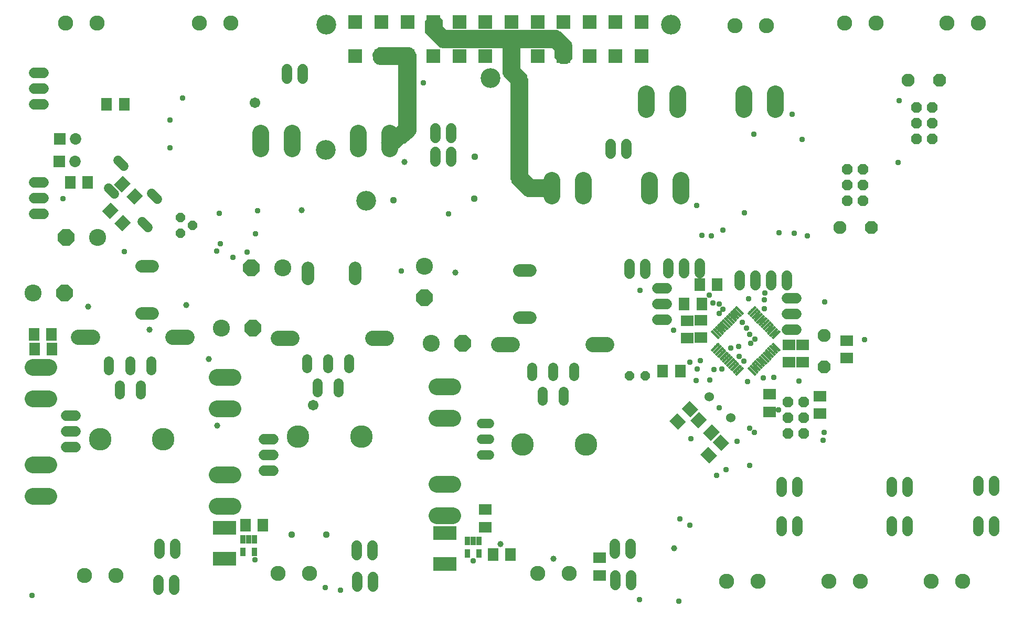
<source format=gbr>
G04 EAGLE Gerber RS-274X export*
G75*
%MOMM*%
%FSLAX34Y34*%
%LPD*%
%INSoldermask Top*%
%IPPOS*%
%AMOC8*
5,1,8,0,0,1.08239X$1,22.5*%
G01*
%ADD10R,2.303200X2.303200*%
%ADD11C,3.203200*%
%ADD12C,1.727200*%
%ADD13C,1.611200*%
%ADD14C,2.743200*%
%ADD15C,1.524000*%
%ADD16R,2.006200X1.803200*%
%ADD17C,2.453200*%
%ADD18C,2.743200*%
%ADD19P,2.969212X8X292.500000*%
%ADD20P,2.969212X8X22.500000*%
%ADD21C,1.993900*%
%ADD22C,2.451100*%
%ADD23P,2.969212X8X202.500000*%
%ADD24R,0.812400X1.383300*%
%ADD25R,3.815000X2.265000*%
%ADD26R,1.803200X2.003200*%
%ADD27C,0.343072*%
%ADD28R,1.803200X2.006200*%
%ADD29P,1.649562X8X202.500000*%
%ADD30C,1.524000*%
%ADD31C,2.108200*%
%ADD32P,2.281895X8X292.500000*%
%ADD33R,2.003200X1.803200*%
%ADD34P,1.869504X8X292.500000*%
%ADD35C,3.653200*%
%ADD36P,2.281895X8X22.500000*%
%ADD37P,1.649562X8X292.500000*%
%ADD38R,1.853200X1.853200*%
%ADD39C,1.853200*%
%ADD40C,1.109600*%
%ADD41C,0.959600*%
%ADD42C,1.703200*%
%ADD43C,1.117600*%
%ADD44C,0.990600*%

G36*
X863857Y671451D02*
X863857Y671451D01*
X863860Y671450D01*
X863943Y671487D01*
X871817Y679361D01*
X871819Y679364D01*
X871821Y679365D01*
X871854Y679450D01*
X871854Y692912D01*
X871853Y692914D01*
X871854Y692916D01*
X871854Y692917D01*
X871854Y692918D01*
X871817Y693001D01*
X864197Y700621D01*
X864194Y700623D01*
X864193Y700625D01*
X864108Y700658D01*
X831394Y700658D01*
X823086Y708966D01*
X823086Y863346D01*
X823085Y863349D01*
X823086Y863352D01*
X823049Y863435D01*
X821308Y865176D01*
X821308Y868680D01*
X821307Y868683D01*
X821308Y868686D01*
X821271Y868769D01*
X810386Y879654D01*
X810386Y912368D01*
X810385Y912371D01*
X810386Y912374D01*
X810349Y912457D01*
X810311Y912496D01*
X861516Y912496D01*
X864998Y909014D01*
X864998Y896620D01*
X864999Y896617D01*
X864998Y896614D01*
X865035Y896531D01*
X874941Y886625D01*
X874944Y886624D01*
X874945Y886621D01*
X875030Y886588D01*
X885190Y886588D01*
X885193Y886589D01*
X885196Y886588D01*
X885279Y886625D01*
X893661Y895007D01*
X893663Y895010D01*
X893665Y895011D01*
X893698Y895096D01*
X893698Y897838D01*
X894169Y898309D01*
X894171Y898312D01*
X894173Y898313D01*
X894206Y898398D01*
X894206Y917702D01*
X894205Y917705D01*
X894206Y917708D01*
X894169Y917791D01*
X892936Y919024D01*
X892936Y921258D01*
X892935Y921261D01*
X892936Y921264D01*
X892899Y921347D01*
X874611Y939635D01*
X874608Y939637D01*
X874607Y939639D01*
X874522Y939672D01*
X872542Y939672D01*
X871563Y940651D01*
X871560Y940653D01*
X871559Y940655D01*
X871474Y940688D01*
X871272Y940688D01*
X870293Y941667D01*
X870290Y941669D01*
X870289Y941671D01*
X870204Y941704D01*
X690678Y941704D01*
X684402Y947980D01*
X684402Y957834D01*
X684401Y957837D01*
X684402Y957840D01*
X684365Y957923D01*
X680809Y961479D01*
X680806Y961481D01*
X680805Y961483D01*
X680720Y961516D01*
X660908Y961516D01*
X660905Y961515D01*
X660902Y961516D01*
X660819Y961479D01*
X655739Y956399D01*
X655738Y956396D01*
X655735Y956395D01*
X655702Y956310D01*
X655702Y937768D01*
X655703Y937765D01*
X655702Y937762D01*
X655739Y937679D01*
X680377Y913041D01*
X680380Y913040D01*
X680381Y913037D01*
X680466Y913004D01*
X682954Y913004D01*
X683425Y912533D01*
X683428Y912532D01*
X683429Y912529D01*
X683514Y912496D01*
X780924Y912496D01*
X780924Y871220D01*
X780925Y871217D01*
X780924Y871214D01*
X780961Y871131D01*
X782702Y869390D01*
X782702Y866902D01*
X782703Y866899D01*
X782702Y866896D01*
X782739Y866813D01*
X793624Y855928D01*
X793624Y700278D01*
X793625Y700275D01*
X793624Y700272D01*
X793661Y700189D01*
X795402Y698448D01*
X795402Y695706D01*
X795403Y695703D01*
X795402Y695700D01*
X795439Y695617D01*
X817537Y673519D01*
X817540Y673518D01*
X817541Y673515D01*
X817626Y673482D01*
X819352Y673482D01*
X821347Y671487D01*
X821350Y671486D01*
X821351Y671483D01*
X821436Y671450D01*
X863854Y671450D01*
X863857Y671451D01*
G37*
G36*
X610873Y749302D02*
X610873Y749302D01*
X610876Y749301D01*
X610959Y749338D01*
X612446Y750825D01*
X614299Y750825D01*
X614302Y750826D01*
X614305Y750825D01*
X614388Y750862D01*
X617018Y753492D01*
X617220Y753492D01*
X617223Y753493D01*
X617226Y753492D01*
X617309Y753529D01*
X621717Y757937D01*
X623443Y757937D01*
X623446Y757938D01*
X623449Y757937D01*
X623532Y757974D01*
X627686Y762128D01*
X628777Y762128D01*
X628780Y762129D01*
X628783Y762128D01*
X628866Y762165D01*
X630390Y763689D01*
X630392Y763692D01*
X630394Y763693D01*
X630427Y763778D01*
X630427Y763980D01*
X632893Y766446D01*
X634238Y766446D01*
X634241Y766447D01*
X634244Y766446D01*
X634327Y766483D01*
X636105Y768261D01*
X636107Y768264D01*
X636109Y768265D01*
X636142Y768350D01*
X636142Y768679D01*
X639153Y771690D01*
X639155Y771693D01*
X639157Y771694D01*
X639190Y771779D01*
X639190Y772362D01*
X641185Y774357D01*
X641187Y774360D01*
X641189Y774361D01*
X641222Y774446D01*
X641222Y776299D01*
X641820Y776897D01*
X641821Y776898D01*
X641822Y776898D01*
X641839Y776944D01*
X641857Y776988D01*
X641857Y776989D01*
X641857Y776990D01*
X641837Y777034D01*
X641817Y777078D01*
X641816Y777078D01*
X641816Y777079D01*
X641800Y777085D01*
X642177Y777312D01*
X642188Y777327D01*
X642205Y777335D01*
X642218Y777368D01*
X642235Y777391D01*
X642233Y777405D01*
X642238Y777420D01*
X642238Y902970D01*
X642237Y902973D01*
X642238Y902976D01*
X642201Y903059D01*
X640714Y904546D01*
X640714Y906526D01*
X640713Y906529D01*
X640714Y906532D01*
X640677Y906615D01*
X638936Y908356D01*
X638936Y909066D01*
X638935Y909069D01*
X638936Y909072D01*
X638899Y909155D01*
X636613Y911441D01*
X636610Y911443D01*
X636609Y911445D01*
X636524Y911478D01*
X635814Y911478D01*
X634581Y912711D01*
X634578Y912713D01*
X634577Y912715D01*
X634492Y912748D01*
X634036Y912748D01*
X633565Y913219D01*
X633562Y913221D01*
X633561Y913223D01*
X633476Y913256D01*
X632766Y913256D01*
X632295Y913727D01*
X632292Y913729D01*
X632291Y913731D01*
X632206Y913764D01*
X630988Y913764D01*
X630517Y914235D01*
X630514Y914237D01*
X630513Y914239D01*
X630428Y914272D01*
X583692Y914272D01*
X583689Y914271D01*
X583686Y914272D01*
X583603Y914235D01*
X583132Y913764D01*
X580898Y913764D01*
X580895Y913763D01*
X580892Y913764D01*
X580809Y913727D01*
X580084Y913002D01*
X579882Y913002D01*
X579879Y913001D01*
X579876Y913002D01*
X579793Y912965D01*
X578560Y911732D01*
X577850Y911732D01*
X577847Y911731D01*
X577844Y911732D01*
X577761Y911695D01*
X576782Y910716D01*
X576072Y910716D01*
X576069Y910715D01*
X576066Y910716D01*
X575983Y910679D01*
X573697Y908393D01*
X573696Y908390D01*
X573693Y908389D01*
X573660Y908304D01*
X573660Y907086D01*
X572427Y905853D01*
X572426Y905850D01*
X572423Y905849D01*
X572390Y905764D01*
X572390Y904292D01*
X571411Y903313D01*
X571410Y903310D01*
X571407Y903309D01*
X571374Y903224D01*
X571374Y899160D01*
X571375Y899157D01*
X571374Y899154D01*
X571411Y899071D01*
X572136Y898346D01*
X572136Y893572D01*
X572136Y893571D01*
X572137Y893569D01*
X572136Y893566D01*
X572173Y893483D01*
X573660Y891996D01*
X573660Y891286D01*
X573661Y891283D01*
X573660Y891280D01*
X573697Y891197D01*
X578523Y886371D01*
X578526Y886370D01*
X578527Y886367D01*
X578612Y886334D01*
X580846Y886334D01*
X582079Y885101D01*
X582082Y885100D01*
X582083Y885097D01*
X582168Y885064D01*
X612596Y885064D01*
X613030Y884630D01*
X613030Y787452D01*
X585127Y759549D01*
X585126Y759547D01*
X585124Y759546D01*
X585108Y759502D01*
X585090Y759458D01*
X585091Y759456D01*
X585090Y759454D01*
X585127Y759371D01*
X586651Y757847D01*
X586654Y757846D01*
X586655Y757843D01*
X586740Y757810D01*
X587196Y757810D01*
X595668Y749338D01*
X595671Y749337D01*
X595672Y749334D01*
X595757Y749301D01*
X610870Y749301D01*
X610873Y749302D01*
G37*
D10*
X1005700Y899600D03*
X963700Y899600D03*
X921700Y899600D03*
X879700Y899600D03*
X837700Y899600D03*
X795700Y899600D03*
X753700Y899600D03*
X711700Y899600D03*
X669700Y899600D03*
X627700Y899600D03*
X585700Y899600D03*
X1005700Y954600D03*
X963700Y954600D03*
X921700Y954600D03*
X879700Y954600D03*
X837700Y954600D03*
X795700Y954600D03*
X753700Y954600D03*
X711700Y954600D03*
X669700Y954600D03*
X627700Y954600D03*
X543700Y899600D03*
X585700Y954600D03*
X543700Y954600D03*
D11*
X1052700Y950000D03*
X496700Y950000D03*
D12*
X91821Y318897D02*
X76581Y318897D01*
X76581Y293497D02*
X91821Y293497D01*
X91821Y268097D02*
X76581Y268097D01*
X396113Y229616D02*
X411353Y229616D01*
X411353Y255016D02*
X396113Y255016D01*
X396113Y280416D02*
X411353Y280416D01*
D13*
X196832Y353428D02*
X196832Y367508D01*
X162832Y367508D02*
X162832Y353428D01*
X213832Y392428D02*
X213832Y406508D01*
X179832Y406508D02*
X179832Y392428D01*
X145832Y392428D02*
X145832Y406508D01*
X516237Y371191D02*
X516237Y357111D01*
X482237Y357111D02*
X482237Y371191D01*
X533237Y396111D02*
X533237Y410191D01*
X499237Y410191D02*
X499237Y396111D01*
X465237Y396111D02*
X465237Y410191D01*
X879330Y357729D02*
X879330Y343649D01*
X845330Y343649D02*
X845330Y357729D01*
X896330Y382649D02*
X896330Y396729D01*
X862330Y396729D02*
X862330Y382649D01*
X828330Y382649D02*
X828330Y396729D01*
D12*
X571754Y57531D02*
X571754Y42291D01*
X546354Y42291D02*
X546354Y57531D01*
X251587Y52451D02*
X251587Y37211D01*
X226187Y37211D02*
X226187Y52451D01*
X988314Y45593D02*
X988314Y60833D01*
X962914Y60833D02*
X962914Y45593D01*
D14*
X345694Y380873D02*
X320294Y380873D01*
X320294Y172593D02*
X345694Y172593D01*
X345694Y223393D02*
X320294Y223393D01*
X320294Y330073D02*
X345694Y330073D01*
X49149Y188214D02*
X23749Y188214D01*
X23749Y396494D02*
X49149Y396494D01*
X49149Y345694D02*
X23749Y345694D01*
X23749Y239014D02*
X49149Y239014D01*
X675386Y156591D02*
X700786Y156591D01*
X700786Y364871D02*
X675386Y364871D01*
X675386Y314071D02*
X700786Y314071D01*
X700786Y207391D02*
X675386Y207391D01*
D15*
X747014Y255270D02*
X760222Y255270D01*
X760222Y306070D02*
X747014Y306070D01*
X747014Y280670D02*
X760222Y280670D01*
D16*
X937768Y89277D03*
X937768Y60837D03*
D12*
X988187Y96393D02*
X988187Y111633D01*
X962787Y111633D02*
X962787Y96393D01*
X253111Y96393D02*
X253111Y111633D01*
X227711Y111633D02*
X227711Y96393D01*
X571119Y93472D02*
X571119Y108712D01*
X545719Y108712D02*
X545719Y93472D01*
X1574292Y197866D02*
X1574292Y213106D01*
X1548892Y213106D02*
X1548892Y197866D01*
X1435100Y195580D02*
X1435100Y210820D01*
X1409700Y210820D02*
X1409700Y195580D01*
D14*
X861060Y673100D02*
X861060Y698500D01*
X1069340Y698500D02*
X1069340Y673100D01*
X1018540Y673100D02*
X1018540Y698500D01*
X911860Y698500D02*
X911860Y673100D01*
X1013460Y812800D02*
X1013460Y838200D01*
X1221740Y838200D02*
X1221740Y812800D01*
X1170940Y812800D02*
X1170940Y838200D01*
X1064260Y838200D02*
X1064260Y812800D01*
X599440Y774700D02*
X599440Y749300D01*
X391160Y749300D02*
X391160Y774700D01*
X441960Y774700D02*
X441960Y749300D01*
X548640Y749300D02*
X548640Y774700D01*
D17*
X838200Y63500D03*
X889000Y63500D03*
X106680Y60706D03*
X157480Y60706D03*
X419100Y63500D03*
X469900Y63500D03*
X1473200Y50800D03*
X1524000Y50800D03*
X1549400Y952500D03*
X1498600Y952500D03*
X1308100Y50800D03*
X1358900Y50800D03*
X1384300Y952500D03*
X1333500Y952500D03*
D12*
X1574800Y147320D02*
X1574800Y132080D01*
X1549400Y132080D02*
X1549400Y147320D01*
X1435100Y147320D02*
X1435100Y132080D01*
X1409700Y132080D02*
X1409700Y147320D01*
D17*
X1143000Y50800D03*
X1193800Y50800D03*
X127000Y952500D03*
X76200Y952500D03*
D12*
X1257300Y147320D02*
X1257300Y132080D01*
X1231900Y132080D02*
X1231900Y147320D01*
X1257300Y195580D02*
X1257300Y210820D01*
X1231900Y210820D02*
X1231900Y195580D01*
D18*
X655066Y559816D03*
D19*
X655066Y509016D03*
D18*
X327279Y459740D03*
D20*
X378079Y459740D03*
D21*
X543560Y539941D02*
X543560Y557848D01*
X467360Y557848D02*
X467360Y539941D01*
D22*
X571056Y444119D02*
X593535Y444119D01*
X441135Y444119D02*
X418656Y444119D01*
D12*
X673100Y728980D02*
X673100Y744220D01*
X698500Y744220D02*
X698500Y728980D01*
X433324Y862838D02*
X433324Y878078D01*
X458724Y878078D02*
X458724Y862838D01*
D18*
X426466Y557530D03*
D23*
X375666Y557530D03*
D21*
X216472Y483870D02*
X198565Y483870D01*
X198565Y560070D02*
X216472Y560070D01*
D22*
X248857Y445389D02*
X271336Y445389D01*
X118936Y445389D02*
X96457Y445389D01*
D18*
X23241Y516509D03*
D20*
X74041Y516509D03*
D17*
X342900Y952500D03*
X292100Y952500D03*
D21*
X808038Y477266D02*
X825945Y477266D01*
X825945Y553466D02*
X808038Y553466D01*
D22*
X926656Y433578D02*
X949135Y433578D01*
X796735Y433578D02*
X774256Y433578D01*
D18*
X127762Y606298D03*
D23*
X76962Y606298D03*
D18*
X665861Y435864D03*
D20*
X716661Y435864D03*
D12*
X673100Y767080D02*
X673100Y782320D01*
X698500Y782320D02*
X698500Y767080D01*
X980694Y757428D02*
X980694Y742188D01*
X955294Y742188D02*
X955294Y757428D01*
D17*
X1207008Y948436D03*
X1156208Y948436D03*
D24*
X743560Y116163D03*
X734060Y116163D03*
X724560Y116163D03*
X724560Y95673D03*
X743560Y95673D03*
X380975Y118957D03*
X371475Y118957D03*
X361975Y118957D03*
X361975Y98467D03*
X380975Y98467D03*
D25*
X332867Y137772D03*
X332867Y87272D03*
X688340Y129390D03*
X688340Y78890D03*
D26*
X766288Y94742D03*
X794288Y94742D03*
D27*
X1129994Y433833D02*
X1129003Y434824D01*
X1129994Y433833D02*
X1119953Y423792D01*
X1118962Y424783D01*
X1129003Y434824D01*
X1123212Y427051D02*
X1121230Y427051D01*
X1124489Y430310D02*
X1126471Y430310D01*
X1127748Y433569D02*
X1129730Y433569D01*
X1132538Y431289D02*
X1133529Y430298D01*
X1123488Y420257D01*
X1122497Y421248D01*
X1132538Y431289D01*
X1126747Y423516D02*
X1124765Y423516D01*
X1128024Y426775D02*
X1130006Y426775D01*
X1131283Y430034D02*
X1133265Y430034D01*
X1136074Y427753D02*
X1137065Y426762D01*
X1127024Y416721D01*
X1126033Y417712D01*
X1136074Y427753D01*
X1130283Y419980D02*
X1128301Y419980D01*
X1131560Y423239D02*
X1133542Y423239D01*
X1134819Y426498D02*
X1136801Y426498D01*
X1139609Y424218D02*
X1140600Y423227D01*
X1130559Y413186D01*
X1129568Y414177D01*
X1139609Y424218D01*
X1133818Y416445D02*
X1131836Y416445D01*
X1135095Y419704D02*
X1137077Y419704D01*
X1138354Y422963D02*
X1140336Y422963D01*
X1143145Y420682D02*
X1144136Y419691D01*
X1134095Y409650D01*
X1133104Y410641D01*
X1143145Y420682D01*
X1137354Y412909D02*
X1135372Y412909D01*
X1138631Y416168D02*
X1140613Y416168D01*
X1141890Y419427D02*
X1143872Y419427D01*
X1146680Y417147D02*
X1147671Y416156D01*
X1137630Y406115D01*
X1136639Y407106D01*
X1146680Y417147D01*
X1140889Y409374D02*
X1138907Y409374D01*
X1142166Y412633D02*
X1144148Y412633D01*
X1145425Y415892D02*
X1147407Y415892D01*
X1150216Y413611D02*
X1151207Y412620D01*
X1141166Y402579D01*
X1140175Y403570D01*
X1150216Y413611D01*
X1144425Y405838D02*
X1142443Y405838D01*
X1145702Y409097D02*
X1147684Y409097D01*
X1148961Y412356D02*
X1150943Y412356D01*
X1153751Y410076D02*
X1154742Y409085D01*
X1144701Y399044D01*
X1143710Y400035D01*
X1153751Y410076D01*
X1147960Y402303D02*
X1145978Y402303D01*
X1149237Y405562D02*
X1151219Y405562D01*
X1152496Y408821D02*
X1154478Y408821D01*
X1157287Y406540D02*
X1158278Y405549D01*
X1148237Y395508D01*
X1147246Y396499D01*
X1157287Y406540D01*
X1151496Y398767D02*
X1149514Y398767D01*
X1152773Y402026D02*
X1154755Y402026D01*
X1156032Y405285D02*
X1158014Y405285D01*
X1160822Y403005D02*
X1161813Y402014D01*
X1151772Y391973D01*
X1150781Y392964D01*
X1160822Y403005D01*
X1155031Y395232D02*
X1153049Y395232D01*
X1156308Y398491D02*
X1158290Y398491D01*
X1159567Y401750D02*
X1161549Y401750D01*
X1164358Y399469D02*
X1165349Y398478D01*
X1155308Y388437D01*
X1154317Y389428D01*
X1164358Y399469D01*
X1158567Y391696D02*
X1156585Y391696D01*
X1159844Y394955D02*
X1161826Y394955D01*
X1163103Y398214D02*
X1165085Y398214D01*
X1167893Y395934D02*
X1168884Y394943D01*
X1158843Y384902D01*
X1157852Y385893D01*
X1167893Y395934D01*
X1162102Y388161D02*
X1160120Y388161D01*
X1163379Y391420D02*
X1165361Y391420D01*
X1166638Y394679D02*
X1168620Y394679D01*
X1188117Y384902D02*
X1189108Y385893D01*
X1188117Y384902D02*
X1178076Y394943D01*
X1179067Y395934D01*
X1189108Y385893D01*
X1186840Y388161D02*
X1184858Y388161D01*
X1183581Y391420D02*
X1181599Y391420D01*
X1180322Y394679D02*
X1178340Y394679D01*
X1191652Y388437D02*
X1192643Y389428D01*
X1191652Y388437D02*
X1181611Y398478D01*
X1182602Y399469D01*
X1192643Y389428D01*
X1190375Y391696D02*
X1188393Y391696D01*
X1187116Y394955D02*
X1185134Y394955D01*
X1183857Y398214D02*
X1181875Y398214D01*
X1195188Y391973D02*
X1196179Y392964D01*
X1195188Y391973D02*
X1185147Y402014D01*
X1186138Y403005D01*
X1196179Y392964D01*
X1193911Y395232D02*
X1191929Y395232D01*
X1190652Y398491D02*
X1188670Y398491D01*
X1187393Y401750D02*
X1185411Y401750D01*
X1198723Y395508D02*
X1199714Y396499D01*
X1198723Y395508D02*
X1188682Y405549D01*
X1189673Y406540D01*
X1199714Y396499D01*
X1197446Y398767D02*
X1195464Y398767D01*
X1194187Y402026D02*
X1192205Y402026D01*
X1190928Y405285D02*
X1188946Y405285D01*
X1202259Y399044D02*
X1203250Y400035D01*
X1202259Y399044D02*
X1192218Y409085D01*
X1193209Y410076D01*
X1203250Y400035D01*
X1200982Y402303D02*
X1199000Y402303D01*
X1197723Y405562D02*
X1195741Y405562D01*
X1194464Y408821D02*
X1192482Y408821D01*
X1205794Y402579D02*
X1206785Y403570D01*
X1205794Y402579D02*
X1195753Y412620D01*
X1196744Y413611D01*
X1206785Y403570D01*
X1204517Y405838D02*
X1202535Y405838D01*
X1201258Y409097D02*
X1199276Y409097D01*
X1197999Y412356D02*
X1196017Y412356D01*
X1209330Y406115D02*
X1210321Y407106D01*
X1209330Y406115D02*
X1199289Y416156D01*
X1200280Y417147D01*
X1210321Y407106D01*
X1208053Y409374D02*
X1206071Y409374D01*
X1204794Y412633D02*
X1202812Y412633D01*
X1201535Y415892D02*
X1199553Y415892D01*
X1212865Y409650D02*
X1213856Y410641D01*
X1212865Y409650D02*
X1202824Y419691D01*
X1203815Y420682D01*
X1213856Y410641D01*
X1211588Y412909D02*
X1209606Y412909D01*
X1208329Y416168D02*
X1206347Y416168D01*
X1205070Y419427D02*
X1203088Y419427D01*
X1216401Y413186D02*
X1217392Y414177D01*
X1216401Y413186D02*
X1206360Y423227D01*
X1207351Y424218D01*
X1217392Y414177D01*
X1215124Y416445D02*
X1213142Y416445D01*
X1211865Y419704D02*
X1209883Y419704D01*
X1208606Y422963D02*
X1206624Y422963D01*
X1219936Y416721D02*
X1220927Y417712D01*
X1219936Y416721D02*
X1209895Y426762D01*
X1210886Y427753D01*
X1220927Y417712D01*
X1218659Y419980D02*
X1216677Y419980D01*
X1215400Y423239D02*
X1213418Y423239D01*
X1212141Y426498D02*
X1210159Y426498D01*
X1223472Y420257D02*
X1224463Y421248D01*
X1223472Y420257D02*
X1213431Y430298D01*
X1214422Y431289D01*
X1224463Y421248D01*
X1222195Y423516D02*
X1220213Y423516D01*
X1218936Y426775D02*
X1216954Y426775D01*
X1215677Y430034D02*
X1213695Y430034D01*
X1227007Y423792D02*
X1227998Y424783D01*
X1227007Y423792D02*
X1216966Y433833D01*
X1217957Y434824D01*
X1227998Y424783D01*
X1225730Y427051D02*
X1223748Y427051D01*
X1222471Y430310D02*
X1220489Y430310D01*
X1219212Y433569D02*
X1217230Y433569D01*
X1227998Y454057D02*
X1227007Y455048D01*
X1227998Y454057D02*
X1217957Y444016D01*
X1216966Y445007D01*
X1227007Y455048D01*
X1221216Y447275D02*
X1219234Y447275D01*
X1222493Y450534D02*
X1224475Y450534D01*
X1225752Y453793D02*
X1227734Y453793D01*
X1224463Y457592D02*
X1223472Y458583D01*
X1224463Y457592D02*
X1214422Y447551D01*
X1213431Y448542D01*
X1223472Y458583D01*
X1217681Y450810D02*
X1215699Y450810D01*
X1218958Y454069D02*
X1220940Y454069D01*
X1222217Y457328D02*
X1224199Y457328D01*
X1220927Y461128D02*
X1219936Y462119D01*
X1220927Y461128D02*
X1210886Y451087D01*
X1209895Y452078D01*
X1219936Y462119D01*
X1214145Y454346D02*
X1212163Y454346D01*
X1215422Y457605D02*
X1217404Y457605D01*
X1218681Y460864D02*
X1220663Y460864D01*
X1217392Y464663D02*
X1216401Y465654D01*
X1217392Y464663D02*
X1207351Y454622D01*
X1206360Y455613D01*
X1216401Y465654D01*
X1210610Y457881D02*
X1208628Y457881D01*
X1211887Y461140D02*
X1213869Y461140D01*
X1215146Y464399D02*
X1217128Y464399D01*
X1213856Y468199D02*
X1212865Y469190D01*
X1213856Y468199D02*
X1203815Y458158D01*
X1202824Y459149D01*
X1212865Y469190D01*
X1207074Y461417D02*
X1205092Y461417D01*
X1208351Y464676D02*
X1210333Y464676D01*
X1211610Y467935D02*
X1213592Y467935D01*
X1210321Y471734D02*
X1209330Y472725D01*
X1210321Y471734D02*
X1200280Y461693D01*
X1199289Y462684D01*
X1209330Y472725D01*
X1203539Y464952D02*
X1201557Y464952D01*
X1204816Y468211D02*
X1206798Y468211D01*
X1208075Y471470D02*
X1210057Y471470D01*
X1206785Y475270D02*
X1205794Y476261D01*
X1206785Y475270D02*
X1196744Y465229D01*
X1195753Y466220D01*
X1205794Y476261D01*
X1200003Y468488D02*
X1198021Y468488D01*
X1201280Y471747D02*
X1203262Y471747D01*
X1204539Y475006D02*
X1206521Y475006D01*
X1203250Y478805D02*
X1202259Y479796D01*
X1203250Y478805D02*
X1193209Y468764D01*
X1192218Y469755D01*
X1202259Y479796D01*
X1196468Y472023D02*
X1194486Y472023D01*
X1197745Y475282D02*
X1199727Y475282D01*
X1201004Y478541D02*
X1202986Y478541D01*
X1199714Y482341D02*
X1198723Y483332D01*
X1199714Y482341D02*
X1189673Y472300D01*
X1188682Y473291D01*
X1198723Y483332D01*
X1192932Y475559D02*
X1190950Y475559D01*
X1194209Y478818D02*
X1196191Y478818D01*
X1197468Y482077D02*
X1199450Y482077D01*
X1196179Y485876D02*
X1195188Y486867D01*
X1196179Y485876D02*
X1186138Y475835D01*
X1185147Y476826D01*
X1195188Y486867D01*
X1189397Y479094D02*
X1187415Y479094D01*
X1190674Y482353D02*
X1192656Y482353D01*
X1193933Y485612D02*
X1195915Y485612D01*
X1192643Y489412D02*
X1191652Y490403D01*
X1192643Y489412D02*
X1182602Y479371D01*
X1181611Y480362D01*
X1191652Y490403D01*
X1185861Y482630D02*
X1183879Y482630D01*
X1187138Y485889D02*
X1189120Y485889D01*
X1190397Y489148D02*
X1192379Y489148D01*
X1189108Y492947D02*
X1188117Y493938D01*
X1189108Y492947D02*
X1179067Y482906D01*
X1178076Y483897D01*
X1188117Y493938D01*
X1182326Y486165D02*
X1180344Y486165D01*
X1183603Y489424D02*
X1185585Y489424D01*
X1186862Y492683D02*
X1188844Y492683D01*
X1168884Y483897D02*
X1167893Y482906D01*
X1157852Y492947D01*
X1158843Y493938D01*
X1168884Y483897D01*
X1166616Y486165D02*
X1164634Y486165D01*
X1163357Y489424D02*
X1161375Y489424D01*
X1160098Y492683D02*
X1158116Y492683D01*
X1165349Y480362D02*
X1164358Y479371D01*
X1154317Y489412D01*
X1155308Y490403D01*
X1165349Y480362D01*
X1163081Y482630D02*
X1161099Y482630D01*
X1159822Y485889D02*
X1157840Y485889D01*
X1156563Y489148D02*
X1154581Y489148D01*
X1161813Y476826D02*
X1160822Y475835D01*
X1150781Y485876D01*
X1151772Y486867D01*
X1161813Y476826D01*
X1159545Y479094D02*
X1157563Y479094D01*
X1156286Y482353D02*
X1154304Y482353D01*
X1153027Y485612D02*
X1151045Y485612D01*
X1158278Y473291D02*
X1157287Y472300D01*
X1147246Y482341D01*
X1148237Y483332D01*
X1158278Y473291D01*
X1156010Y475559D02*
X1154028Y475559D01*
X1152751Y478818D02*
X1150769Y478818D01*
X1149492Y482077D02*
X1147510Y482077D01*
X1154742Y469755D02*
X1153751Y468764D01*
X1143710Y478805D01*
X1144701Y479796D01*
X1154742Y469755D01*
X1152474Y472023D02*
X1150492Y472023D01*
X1149215Y475282D02*
X1147233Y475282D01*
X1145956Y478541D02*
X1143974Y478541D01*
X1151207Y466220D02*
X1150216Y465229D01*
X1140175Y475270D01*
X1141166Y476261D01*
X1151207Y466220D01*
X1148939Y468488D02*
X1146957Y468488D01*
X1145680Y471747D02*
X1143698Y471747D01*
X1142421Y475006D02*
X1140439Y475006D01*
X1147671Y462684D02*
X1146680Y461693D01*
X1136639Y471734D01*
X1137630Y472725D01*
X1147671Y462684D01*
X1145403Y464952D02*
X1143421Y464952D01*
X1142144Y468211D02*
X1140162Y468211D01*
X1138885Y471470D02*
X1136903Y471470D01*
X1144136Y459149D02*
X1143145Y458158D01*
X1133104Y468199D01*
X1134095Y469190D01*
X1144136Y459149D01*
X1141868Y461417D02*
X1139886Y461417D01*
X1138609Y464676D02*
X1136627Y464676D01*
X1135350Y467935D02*
X1133368Y467935D01*
X1140600Y455613D02*
X1139609Y454622D01*
X1129568Y464663D01*
X1130559Y465654D01*
X1140600Y455613D01*
X1138332Y457881D02*
X1136350Y457881D01*
X1135073Y461140D02*
X1133091Y461140D01*
X1131814Y464399D02*
X1129832Y464399D01*
X1137065Y452078D02*
X1136074Y451087D01*
X1126033Y461128D01*
X1127024Y462119D01*
X1137065Y452078D01*
X1134797Y454346D02*
X1132815Y454346D01*
X1131538Y457605D02*
X1129556Y457605D01*
X1128279Y460864D02*
X1126297Y460864D01*
X1133529Y448542D02*
X1132538Y447551D01*
X1122497Y457592D01*
X1123488Y458583D01*
X1133529Y448542D01*
X1131261Y450810D02*
X1129279Y450810D01*
X1128002Y454069D02*
X1126020Y454069D01*
X1124743Y457328D02*
X1122761Y457328D01*
X1129994Y445007D02*
X1129003Y444016D01*
X1118962Y454057D01*
X1119953Y455048D01*
X1129994Y445007D01*
X1127726Y447275D02*
X1125744Y447275D01*
X1124467Y450534D02*
X1122485Y450534D01*
X1121208Y453793D02*
X1119226Y453793D01*
D28*
X1067939Y390906D03*
X1039499Y390906D03*
D29*
X1011555Y382651D03*
X986155Y382651D03*
D12*
X1240536Y508381D02*
X1255776Y508381D01*
X1255776Y482981D02*
X1240536Y482981D01*
X1240536Y457581D02*
X1255776Y457581D01*
X1099312Y549021D02*
X1099312Y564261D01*
X1073912Y564261D02*
X1073912Y549021D01*
X1048512Y549021D02*
X1048512Y564261D01*
D28*
X1127756Y530098D03*
X1099316Y530098D03*
X1102610Y499110D03*
X1074170Y499110D03*
D30*
X1149394Y315170D03*
X1115270Y349294D03*
D31*
X1299972Y448564D03*
D32*
X1299972Y397764D03*
D12*
X1239774Y529590D02*
X1239774Y544830D01*
X1214374Y544830D02*
X1214374Y529590D01*
X1188974Y529590D02*
X1188974Y544830D01*
X1163574Y544830D02*
X1163574Y529590D01*
D16*
X753364Y138434D03*
X753364Y166874D03*
D28*
X394712Y141986D03*
X366272Y141986D03*
D33*
X1243584Y432719D03*
X1243584Y404719D03*
X1079246Y443962D03*
X1079246Y471962D03*
X1101090Y444470D03*
X1101090Y472470D03*
X1265174Y432973D03*
X1265174Y404973D03*
D26*
G36*
X1070100Y330011D02*
X1082850Y342761D01*
X1097014Y328597D01*
X1084264Y315847D01*
X1070100Y330011D01*
G37*
G36*
X1050302Y310213D02*
X1063052Y322963D01*
X1077216Y308799D01*
X1064466Y296049D01*
X1050302Y310213D01*
G37*
G36*
X1120265Y275782D02*
X1133015Y288532D01*
X1147179Y274368D01*
X1134429Y261618D01*
X1120265Y275782D01*
G37*
G36*
X1100467Y255984D02*
X1113217Y268734D01*
X1127381Y254570D01*
X1114631Y241820D01*
X1100467Y255984D01*
G37*
D34*
X1242060Y340868D03*
X1267460Y340868D03*
X1242060Y315468D03*
X1267460Y315468D03*
X1242060Y290068D03*
X1267460Y290068D03*
D16*
X1293241Y350262D03*
X1293241Y321822D03*
X1212342Y324616D03*
X1212342Y353056D03*
D12*
X1011555Y547751D02*
X1011555Y562991D01*
X986155Y562991D02*
X986155Y547751D01*
D33*
X1336802Y439450D03*
X1336802Y411450D03*
D35*
X131699Y280797D03*
X233699Y280797D03*
X451231Y285115D03*
X553231Y285115D03*
X813689Y271907D03*
X915689Y271907D03*
D26*
X52862Y450342D03*
X24862Y450342D03*
X54386Y426085D03*
X26386Y426085D03*
D28*
G36*
X1098737Y325021D02*
X1111488Y312270D01*
X1097303Y298085D01*
X1084552Y310836D01*
X1098737Y325021D01*
G37*
G36*
X1118847Y304911D02*
X1131598Y292160D01*
X1117413Y277975D01*
X1104662Y290726D01*
X1118847Y304911D01*
G37*
D12*
X1046099Y524129D02*
X1030859Y524129D01*
X1030859Y498729D02*
X1046099Y498729D01*
X1046099Y473329D02*
X1030859Y473329D01*
D34*
X1337564Y717042D03*
X1362964Y717042D03*
X1337564Y691642D03*
X1362964Y691642D03*
X1337564Y666242D03*
X1362964Y666242D03*
X1449324Y816864D03*
X1474724Y816864D03*
X1449324Y791464D03*
X1474724Y791464D03*
X1449324Y766064D03*
X1474724Y766064D03*
D31*
X1436116Y860806D03*
D36*
X1486916Y860806D03*
D31*
X1325880Y623062D03*
D36*
X1376680Y623062D03*
D37*
X261620Y613664D03*
X280670Y626364D03*
X261620Y639064D03*
D12*
X40767Y821817D02*
X25527Y821817D01*
X25527Y847217D02*
X40767Y847217D01*
X40767Y872617D02*
X25527Y872617D01*
D28*
X141990Y821817D03*
X170430Y821817D03*
G36*
X186757Y659483D02*
X174006Y672234D01*
X188191Y686419D01*
X200942Y673668D01*
X186757Y659483D01*
G37*
G36*
X166647Y679593D02*
X153896Y692344D01*
X168081Y706529D01*
X180832Y693778D01*
X166647Y679593D01*
G37*
D38*
X66421Y765556D03*
D39*
X91821Y765556D03*
D28*
G36*
X167834Y616303D02*
X155083Y629054D01*
X169268Y643239D01*
X182019Y630488D01*
X167834Y616303D01*
G37*
G36*
X147724Y636413D02*
X134973Y649164D01*
X149158Y663349D01*
X161909Y650598D01*
X147724Y636413D01*
G37*
D12*
X40513Y644906D02*
X25273Y644906D01*
X25273Y670306D02*
X40513Y670306D01*
X40513Y695706D02*
X25273Y695706D01*
D28*
X111756Y695579D03*
X83316Y695579D03*
D38*
X65659Y729615D03*
D39*
X91059Y729615D03*
D15*
X214549Y677372D02*
X223888Y668033D01*
X170007Y721914D02*
X160668Y731253D01*
X199309Y632287D02*
X208648Y622948D01*
X154767Y676829D02*
X145428Y686168D01*
D11*
X762000Y863600D03*
D40*
X736600Y736600D03*
D41*
X734060Y83820D03*
X617728Y552450D03*
X1181608Y435610D03*
X1179830Y450088D03*
X1162812Y414274D03*
X1136650Y618236D03*
X1065530Y18796D03*
X653796Y855980D03*
D42*
X381508Y824230D03*
D41*
X385826Y649478D03*
X1301496Y502666D03*
X1273429Y609092D03*
X1186434Y773557D03*
X1248918Y805180D03*
X1171956Y646684D03*
X1094486Y657860D03*
X1419352Y727964D03*
X1227074Y614426D03*
X1259332Y374396D03*
X1093978Y375666D03*
D43*
X605155Y666623D03*
D44*
X211455Y457200D03*
D43*
X735457Y669290D03*
D44*
X622808Y728726D03*
X307467Y409829D03*
X271145Y497205D03*
X1058164Y104902D03*
X704850Y549783D03*
X456946Y650367D03*
X778256Y111125D03*
D41*
X170688Y583913D03*
X1057402Y456819D03*
X1003300Y520827D03*
X1085342Y281051D03*
X1131189Y331343D03*
X1159383Y277622D03*
X1176274Y373380D03*
X72136Y668909D03*
X1421638Y827659D03*
D42*
X475996Y336042D03*
D43*
X497205Y126873D03*
X440817Y126492D03*
D11*
X561340Y665480D03*
X496062Y748030D03*
D44*
X863219Y87249D03*
D41*
X1174750Y459740D03*
X1188720Y442722D03*
X1170686Y406654D03*
X1365758Y441452D03*
X693928Y644652D03*
X519938Y36703D03*
X495300Y40767D03*
X1102868Y609854D03*
X381229Y85995D03*
X22098Y28194D03*
X1118108Y609473D03*
X264414Y831850D03*
X1162558Y430276D03*
X1264920Y764726D03*
X1252093Y613664D03*
X1201674Y379730D03*
X244475Y796417D03*
X244475Y751459D03*
X324358Y645160D03*
X1001903Y21717D03*
X1083691Y141732D03*
X1180465Y238633D03*
X1179957Y298704D03*
X1067689Y152146D03*
X1100709Y407416D03*
X1116076Y376682D03*
D44*
X112268Y494792D03*
D41*
X1094994Y393954D03*
X1083691Y404749D03*
D44*
X320929Y302387D03*
D41*
X1149858Y427609D03*
X1218692Y380365D03*
X1168118Y469208D03*
X1114577Y513685D03*
X1120648Y500507D03*
X1122680Y392938D03*
X1134872Y393700D03*
X1203960Y505714D03*
X1203706Y491744D03*
X1204468Y517144D03*
X1178433Y507111D03*
X382524Y612112D03*
X1226947Y327660D03*
X1187704Y291592D03*
X1130653Y483994D03*
X1137031Y490601D03*
X1130782Y498882D03*
X319786Y584581D03*
X345821Y574040D03*
X1298448Y278638D03*
X1126744Y222377D03*
X326009Y596265D03*
X369316Y582930D03*
X1300607Y291465D03*
X1141603Y231140D03*
M02*

</source>
